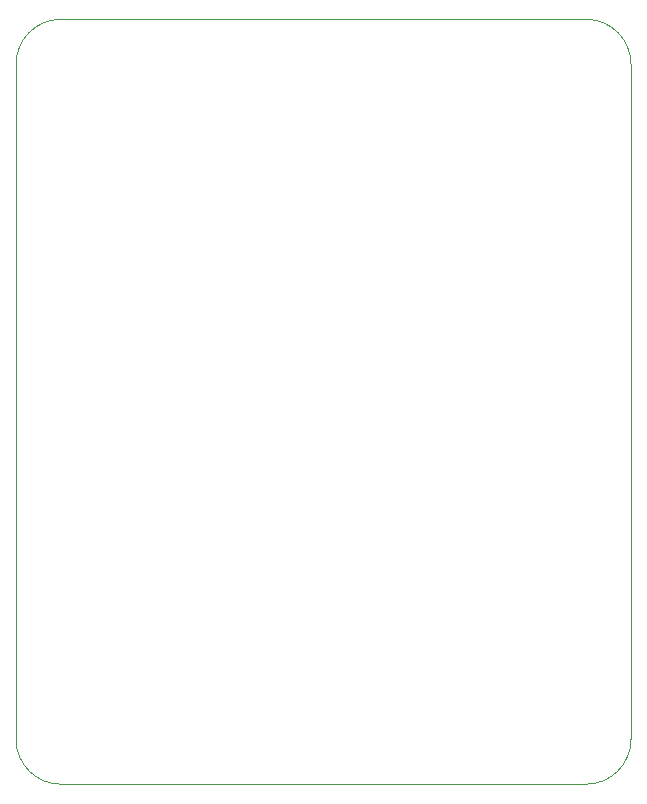
<source format=gm1>
G04 #@! TF.GenerationSoftware,KiCad,Pcbnew,6.0.6-3a73a75311~116~ubuntu22.04.1*
G04 #@! TF.CreationDate,2022-06-24T09:32:34-04:00*
G04 #@! TF.ProjectId,led_breakout,6c65645f-6272-4656-916b-6f75742e6b69,0*
G04 #@! TF.SameCoordinates,Original*
G04 #@! TF.FileFunction,Profile,NP*
%FSLAX46Y46*%
G04 Gerber Fmt 4.6, Leading zero omitted, Abs format (unit mm)*
G04 Created by KiCad (PCBNEW 6.0.6-3a73a75311~116~ubuntu22.04.1) date 2022-06-24 09:32:34*
%MOMM*%
%LPD*%
G01*
G04 APERTURE LIST*
G04 #@! TA.AperFunction,Profile*
%ADD10C,0.100000*%
G04 #@! TD*
G04 APERTURE END LIST*
D10*
X177639021Y-68290979D02*
G75*
G03*
X173829032Y-64480979I-3810021J-21D01*
G01*
X129379029Y-129250976D02*
X173829030Y-129250977D01*
X125569029Y-125440976D02*
X125569031Y-68290978D01*
X173829030Y-129251029D02*
G75*
G03*
X177639029Y-125440979I-30J3810029D01*
G01*
X177639029Y-125440979D02*
X177639032Y-68290979D01*
X125569024Y-125440976D02*
G75*
G03*
X129379029Y-129250976I3809976J-24D01*
G01*
X129379031Y-64481031D02*
G75*
G03*
X125569031Y-68290978I-31J-3809969D01*
G01*
X129379031Y-64480979D02*
X173829032Y-64480980D01*
M02*

</source>
